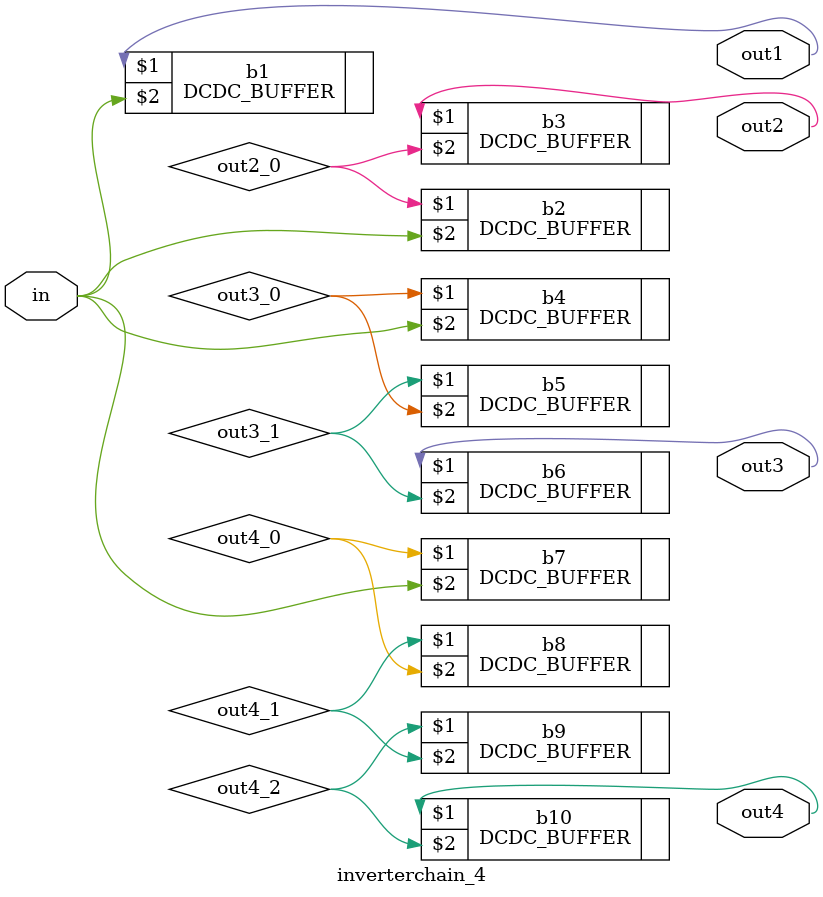
<source format=sv>

module DCDC_NOV_CLKGEN #(parameter N_delay) (
    input logic [1:0] s, input logic clk_in, output logic clk0, clk0b, clk1, clk1b
);
    logic [N_delay:0] clk_in1;
    logic nandout1, nandout2;
    logic norout1, norout2;

    //clk buffer
    DCDC_BUFFER b1(clk_in1[0], clk_in);

    //add delay - deside the interval delay time,N inverter
    genvar i;
    generate
    for (i=0; i<(N_delay); i++) begin
    DCDC_BUFFER b(clk_in1[i+1], clk_in1[i]);
    end
    endgenerate
    
	wire out1, out2, out3, out4, clk_in9;
	
    //adjust delay element
    inverterchain_4 inverterchain_4(.in(clk_in1[N_delay]), .out1(out1), .out2(out2), .out3(out3), .out4(out4));
    MUX4 mux4(.y(clk_in9), .a(out1), .b(out2), .c(out3), .d(out4), .s(s));

    //output clk0, clk0b
	sky130_fd_sc_hs__nand2_1 nand1(.Y(nandout1), .A(clk_in1[0]), .B(clk_in9)); 
	sky130_fd_sc_hs__clkinv_1 not1(.Y(nandout2), .A(nandout1)); 
	sky130_fd_sc_hs__clkinv_1 not2(.Y(clk0b), .A(nandout2)); 
	DCDC_BUFFER buf1(clk0, nandout2); 

	//output clk1, clk1b
	sky130_fd_sc_hs__nor2_1 nor1(.Y(norout1), .A(clk_in1[0]), .B(clk_in9)); 
	sky130_fd_sc_hs__clkinv_1 not3(.Y(norout2), .A(norout1)); 
	sky130_fd_sc_hs__clkinv_1 not4(.Y(clk1), .A(norout2)); 
    DCDC_BUFFER buf2(clk1b, norout2); 
endmodule

//MUX 4:1
module MUX4 (output logic y, input logic a,b,c,d, input logic [1:0] s);
always_comb begin
if(s[0])
    if(s[1])
        y=d;
    else
        y=c;
else
    if(s[1])
        y=b;
    else
        y=a;   
end
endmodule


//4 Delay inverter chain
module inverterchain_4 (input in, output out1, out2, out3, out4);
	
	wire out2_0, out3_0, out4_0;
	wire out3_1, out4_1;
	wire out4_2;

	DCDC_BUFFER b1(out1, in);
	DCDC_BUFFER b2(out2_0, in), b3(out2, out2_0);
	DCDC_BUFFER b4(out3_0, in), b5(out3_1, out3_0), b6(out3, out3_1);
	DCDC_BUFFER b7(out4_0, in), b8(out4_1, out4_0), b9(out4_2, out4_1), b10(out4, out4_2);
endmodule
</source>
